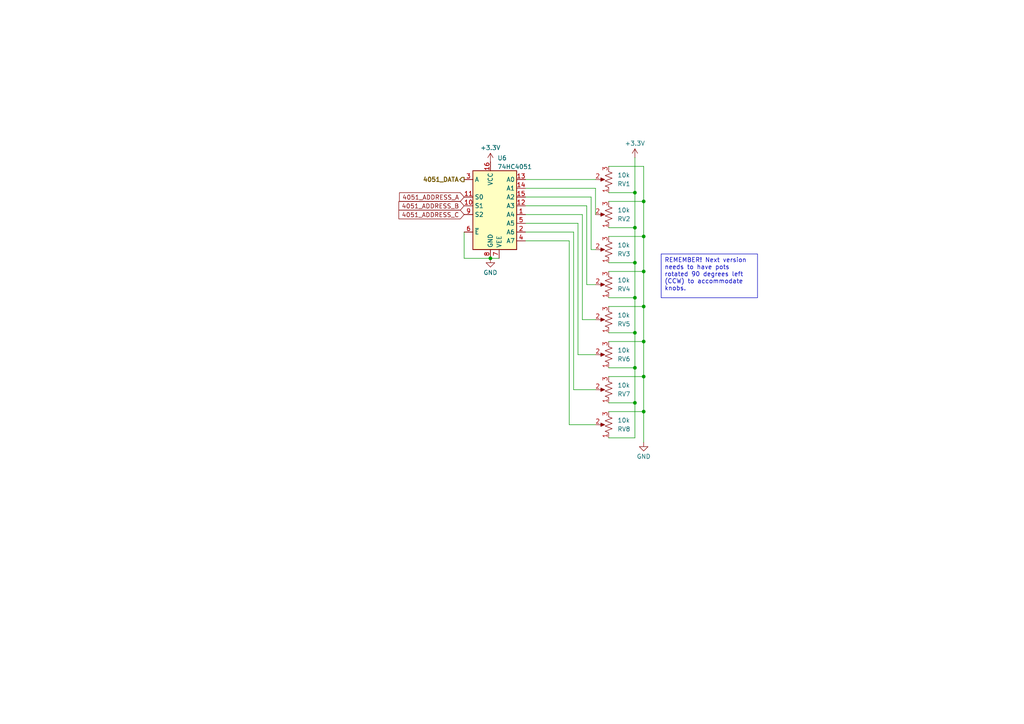
<source format=kicad_sch>
(kicad_sch (version 20250114) (generator "eeschema") (generator_version "9.0")
  (paper "A4")
  (lib_symbols
    (symbol "74xx:74HC4051"
      (property "Reference" "U" (at -5.08 11.43 0))
      (property "Value" "74HC4051" (at -7.62 -13.97 0))
      (symbol "74HC4051_0_1"
        (rectangle (start -5.08 10.16) (end 7.62 -12.7) (stroke (width 0.254)) (fill (type background)))
      )
      (symbol "74HC4051_1_1"
        (pin passive line (at -7.62 7.62 0) (length 2.54) (name "A") (number "3"))
        (pin input line (at -7.62 2.54 0) (length 2.54) (name "S0") (number "11"))
        (pin input line (at -7.62 0 0) (length 2.54) (name "S1") (number "10"))
        (pin input line (at -7.62 -2.54 0) (length 2.54) (name "S2") (number "9"))
        (pin input line (at -7.62 -7.62 0) (length 2.54) (name "~{E}") (number "6"))
        (pin power_in line (at 0 12.7 270) (length 2.54) (name "VCC") (number "16"))
        (pin power_in line (at 0 -15.24 90) (length 2.54) (name "GND") (number "8"))
        (pin power_in line (at 2.54 -15.24 90) (length 2.54) (name "VEE") (number "7"))
        (pin passive line (at 10.16 7.62 180) (length 2.54) (name "A0") (number "13"))
        (pin passive line (at 10.16 5.08 180) (length 2.54) (name "A1") (number "14"))
        (pin passive line (at 10.16 2.54 180) (length 2.54) (name "A2") (number "15"))
        (pin passive line (at 10.16 0 180) (length 2.54) (name "A3") (number "12"))
        (pin passive line (at 10.16 -2.54 180) (length 2.54) (name "A4") (number "1"))
        (pin passive line (at 10.16 -5.08 180) (length 2.54) (name "A5") (number "5"))
        (pin passive line (at 10.16 -7.62 180) (length 2.54) (name "A6") (number "2"))
        (pin passive line (at 10.16 -10.16 180) (length 2.54) (name "A7") (number "4"))
      )
    )
    (symbol "Device:R_Potentiometer_US" (pin_names (offset 1.016) (hide yes))
      (property "Reference" "RV" (at -4.445 0 90))
      (property "Value" "R_Potentiometer_US" (at -2.54 0 90))
      (symbol "R_Potentiometer_US_0_1"
        (polyline (pts (xy 0 2.54) (xy 0 2.286)))
        (polyline (pts (xy 0 2.286) (xy 1.016 1.905) (xy 0 1.524) (xy -1.016 1.143) (xy 0 0.762)))
        (polyline (pts (xy 0 0.762) (xy 1.016 0.381) (xy 0 0) (xy -1.016 -0.381) (xy 0 -0.762)))
        (polyline (pts (xy 0 -0.762) (xy 1.016 -1.143) (xy 0 -1.524) (xy -1.016 -1.905) (xy 0 -2.286)))
        (polyline (pts (xy 0 -2.286) (xy 0 -2.54)))
        (polyline (pts (xy 1.143 0) (xy 2.286 0.508) (xy 2.286 -0.508) (xy 1.143 0)) (fill (type outline)))
        (polyline (pts (xy 2.54 0) (xy 1.524 0)))
      )
      (symbol "R_Potentiometer_US_1_1"
        (pin passive line (at 0 3.81 270) (length 1.27) (name "1") (number "1"))
        (pin passive line (at 0 -3.81 90) (length 1.27) (name "3") (number "3"))
        (pin passive line (at 3.81 0 180) (length 1.27) (name "2") (number "2"))
      )
    )
    (symbol "power:+3.3V" (power) (pin_numbers (hide yes)) (pin_names (offset 0) (hide yes))
      (property "Value" "+3.3V" (at 0 3.556 0))
      (symbol "+3.3V_0_1"
        (polyline (pts (xy -0.762 1.27) (xy 0 2.54)))
        (polyline (pts (xy 0 2.54) (xy 0.762 1.27)))
        (polyline (pts (xy 0 0) (xy 0 2.54)))
      )
      (symbol "+3.3V_1_1"
        (pin power_in line (at 0 0 90) (length 0) (name "~") (number "1"))
      )
    )
    (symbol "power:GND" (power) (pin_numbers (hide yes)) (pin_names (offset 0) (hide yes))
      (property "Value" "GND" (at 0 -3.81 0))
      (symbol "GND_0_1"
        (polyline (pts (xy 0 0) (xy 0 -1.27) (xy 1.27 -1.27) (xy 0 -2.54) (xy -1.27 -1.27) (xy 0 -1.27)))
      )
      (symbol "GND_1_1"
        (pin power_in line (at 0 0 270) (length 0) (name "~") (number "1"))
      )
    )
  )
  (text_box "REMEMBER! Next version needs to have pots rotated 90 degrees left (CCW) to accommodate knobs." (at 191.77 73.66 0) (size 27.94 12.7) (margins 0.9525 0.9525 0.9525 0.9525) (effects (font (size 1.27 1.27)) (justify left top)))
  (junction (at 186.69 68.58))
  (junction (at 184.15 96.52))
  (junction (at 184.15 86.36))
  (junction (at 186.69 78.74))
  (junction (at 184.15 106.68))
  (junction (at 184.15 55.88))
  (junction (at 186.69 99.06))
  (junction (at 184.15 76.2))
  (junction (at 184.15 66.04))
  (junction (at 184.15 116.84))
  (junction (at 142.24 74.93))
  (junction (at 186.69 58.42))
  (junction (at 186.69 88.9))
  (junction (at 186.69 109.22))
  (junction (at 186.69 119.38))
  (wire (pts (xy 171.45 72.39) (xy 172.72 72.39)))
  (wire (pts (xy 172.72 92.71) (xy 168.91 92.71)))
  (wire (pts (xy 176.53 86.36) (xy 184.15 86.36)))
  (wire (pts (xy 176.53 88.9) (xy 186.69 88.9)))
  (wire (pts (xy 176.53 106.68) (xy 184.15 106.68)))
  (wire (pts (xy 176.53 48.26) (xy 186.69 48.26)))
  (wire (pts (xy 184.15 116.84) (xy 184.15 106.68)))
  (wire (pts (xy 152.4 57.15) (xy 171.45 57.15)))
  (wire (pts (xy 186.69 119.38) (xy 186.69 128.27)))
  (wire (pts (xy 176.53 116.84) (xy 184.15 116.84)))
  (wire (pts (xy 168.91 62.23) (xy 152.4 62.23)))
  (wire (pts (xy 186.69 48.26) (xy 186.69 58.42)))
  (wire (pts (xy 176.53 78.74) (xy 186.69 78.74)))
  (wire (pts (xy 170.18 59.69) (xy 170.18 82.55)))
  (wire (pts (xy 167.64 102.87) (xy 172.72 102.87)))
  (wire (pts (xy 168.91 92.71) (xy 168.91 62.23)))
  (wire (pts (xy 176.53 66.04) (xy 184.15 66.04)))
  (wire (pts (xy 186.69 119.38) (xy 176.53 119.38)))
  (wire (pts (xy 166.37 67.31) (xy 166.37 113.03)))
  (wire (pts (xy 186.69 58.42) (xy 186.69 68.58)))
  (wire (pts (xy 152.4 54.61) (xy 172.72 54.61)))
  (wire (pts (xy 165.1 123.19) (xy 165.1 69.85)))
  (wire (pts (xy 176.53 109.22) (xy 186.69 109.22)))
  (wire (pts (xy 184.15 66.04) (xy 184.15 55.88)))
  (wire (pts (xy 176.53 96.52) (xy 184.15 96.52)))
  (wire (pts (xy 184.15 86.36) (xy 184.15 76.2)))
  (wire (pts (xy 184.15 45.72) (xy 184.15 55.88)))
  (wire (pts (xy 170.18 82.55) (xy 172.72 82.55)))
  (wire (pts (xy 134.62 74.93) (xy 142.24 74.93)))
  (wire (pts (xy 165.1 69.85) (xy 152.4 69.85)))
  (wire (pts (xy 186.69 68.58) (xy 186.69 78.74)))
  (wire (pts (xy 142.24 74.93) (xy 144.78 74.93)))
  (wire (pts (xy 176.53 99.06) (xy 186.69 99.06)))
  (wire (pts (xy 186.69 109.22) (xy 186.69 119.38)))
  (wire (pts (xy 176.53 127) (xy 184.15 127)))
  (wire (pts (xy 152.4 67.31) (xy 166.37 67.31)))
  (wire (pts (xy 167.64 64.77) (xy 167.64 102.87)))
  (wire (pts (xy 176.53 68.58) (xy 186.69 68.58)))
  (wire (pts (xy 134.62 67.31) (xy 134.62 74.93)))
  (wire (pts (xy 186.69 78.74) (xy 186.69 88.9)))
  (wire (pts (xy 152.4 64.77) (xy 167.64 64.77)))
  (wire (pts (xy 152.4 52.07) (xy 172.72 52.07)))
  (wire (pts (xy 176.53 58.42) (xy 186.69 58.42)))
  (wire (pts (xy 186.69 99.06) (xy 186.69 109.22)))
  (wire (pts (xy 172.72 54.61) (xy 172.72 62.23)))
  (wire (pts (xy 184.15 76.2) (xy 184.15 66.04)))
  (wire (pts (xy 184.15 127) (xy 184.15 116.84)))
  (wire (pts (xy 172.72 123.19) (xy 165.1 123.19)))
  (wire (pts (xy 166.37 113.03) (xy 172.72 113.03)))
  (wire (pts (xy 186.69 88.9) (xy 186.69 99.06)))
  (wire (pts (xy 184.15 106.68) (xy 184.15 96.52)))
  (wire (pts (xy 176.53 76.2) (xy 184.15 76.2)))
  (wire (pts (xy 184.15 55.88) (xy 176.53 55.88)))
  (wire (pts (xy 152.4 59.69) (xy 170.18 59.69)))
  (wire (pts (xy 171.45 57.15) (xy 171.45 72.39)))
  (wire (pts (xy 184.15 96.52) (xy 184.15 86.36)))
  (global_label "4051_ADDRESS_B" (shape input) (at 134.62 59.69 180) (property "Intersheetrefs" "${INTERSHEET_REFS}" (effects (hide yes))))
  (global_label "4051_ADDRESS_C" (shape input) (at 134.62 62.23 180) (property "Intersheetrefs" "${INTERSHEET_REFS}" (effects (hide yes))))
  (global_label "4051_ADDRESS_A" (shape input) (at 134.62 57.15 180) (property "Intersheetrefs" "${INTERSHEET_REFS}" (effects (hide yes))))
  (hierarchical_label "4051_DATA" (shape output) (at 134.62 52.07 180) (effects (font (bold yes))))
  (symbol (lib_id "Device:R_Potentiometer_US") (at 176.53 102.87 180) (unit 1)
    (property "Reference" "RV6" (at 179.07 104.1401 0) (effects (justify right)))
    (property "Value" "10k" (at 179.07 101.6001 0) (effects (justify right)))
    (property "Footprint" "Library:Potentiometer_Alps_RK09K_vertical_biggerholes" (effects (hide yes)))
    (instances (project "dk2_04_top" (path "" (reference "RV6") (unit 1)) (path "" (reference "RV14") (unit 1))))
  )
  (symbol (lib_id "Device:R_Potentiometer_US") (at 176.53 123.19 180) (unit 1)
    (property "Reference" "RV8" (at 179.07 124.4601 0) (effects (justify right)))
    (property "Value" "10k" (at 179.07 121.9201 0) (effects (justify right)))
    (property "Footprint" "Library:Potentiometer_Alps_RK09K_vertical_biggerholes" (effects (hide yes)))
    (instances (project "dk2_04_top" (path "" (reference "RV8") (unit 1)) (path "" (reference "RV16") (unit 1))))
  )
  (symbol (lib_id "power:GND") (at 186.69 128.27 0) (unit 1)
    (property "Reference" "#PWR034" (effects (hide yes)))
    (property "Value" "GND" (at 186.69 132.4031 0))
    (property "Description" "Power symbol creates a global label with name \"GND\" , ground" (effects (hide yes)))
    (instances (project "dk2_04_top" (path "" (reference "#PWR034") (unit 1)) (path "" (reference "#PWR035") (unit 1))))
  )
  (symbol (lib_id "Device:R_Potentiometer_US") (at 176.53 52.07 180) (unit 1)
    (property "Reference" "RV1" (at 179.07 53.3401 0) (effects (justify right)))
    (property "Value" "10k" (at 179.07 50.8001 0) (effects (justify right)))
    (property "Footprint" "Library:Potentiometer_Alps_RK09K_vertical_biggerholes" (effects (hide yes)))
    (instances (project "dk2_04_top" (path "" (reference "RV1") (unit 1)) (path "" (reference "RV9") (unit 1))))
  )
  (symbol (lib_id "Device:R_Potentiometer_US") (at 176.53 72.39 180) (unit 1)
    (property "Reference" "RV3" (at 179.07 73.6601 0) (effects (justify right)))
    (property "Value" "10k" (at 179.07 71.1201 0) (effects (justify right)))
    (property "Footprint" "Library:Potentiometer_Alps_RK09K_vertical_biggerholes" (effects (hide yes)))
    (instances (project "dk2_04_top" (path "" (reference "RV3") (unit 1)) (path "" (reference "RV11") (unit 1))))
  )
  (symbol (lib_id "Device:R_Potentiometer_US") (at 176.53 82.55 180) (unit 1)
    (property "Reference" "RV4" (at 179.07 83.8201 0) (effects (justify right)))
    (property "Value" "10k" (at 179.07 81.2801 0) (effects (justify right)))
    (property "Footprint" "Library:Potentiometer_Alps_RK09K_vertical_biggerholes" (effects (hide yes)))
    (instances (project "dk2_04_top" (path "" (reference "RV4") (unit 1)) (path "" (reference "RV12") (unit 1))))
  )
  (symbol (lib_id "power:GND") (at 142.24 74.93 0) (unit 1)
    (property "Reference" "#PWR032" (effects (hide yes)))
    (property "Value" "GND" (at 142.24 79.0631 0))
    (property "Description" "Power symbol creates a global label with name \"GND\" , ground" (effects (hide yes)))
    (instances (project "dk2_04_top" (path "" (reference "#PWR032") (unit 1)) (path "" (reference "#PWR033") (unit 1))))
  )
  (symbol (lib_id "Device:R_Potentiometer_US") (at 176.53 113.03 180) (unit 1)
    (property "Reference" "RV7" (at 179.07 114.3001 0) (effects (justify right)))
    (property "Value" "10k" (at 179.07 111.7601 0) (effects (justify right)))
    (property "Footprint" "Library:Potentiometer_Alps_RK09K_vertical_biggerholes" (effects (hide yes)))
    (instances (project "dk2_04_top" (path "" (reference "RV7") (unit 1)) (path "" (reference "RV15") (unit 1))))
  )
  (symbol (lib_id "power:+3.3V") (at 142.24 46.99 0) (unit 1)
    (property "Reference" "#PWR031" (effects (hide yes)))
    (property "Value" "+3.3V" (at 142.24 42.8569 0))
    (property "Description" "Power symbol creates a global label with name \"+3.3V\"" (effects (hide yes)))
    (instances (project "dk2_04_top" (path "" (reference "#PWR031") (unit 1)) (path "" (reference "#PWR032") (unit 1))))
  )
  (symbol (lib_id "Device:R_Potentiometer_US") (at 176.53 92.71 180) (unit 1)
    (property "Reference" "RV5" (at 179.07 93.9801 0) (effects (justify right)))
    (property "Value" "10k" (at 179.07 91.4401 0) (effects (justify right)))
    (property "Footprint" "Library:Potentiometer_Alps_RK09K_vertical_biggerholes" (effects (hide yes)))
    (instances (project "dk2_04_top" (path "" (reference "RV5") (unit 1)) (path "" (reference "RV13") (unit 1))))
  )
  (symbol (lib_id "Device:R_Potentiometer_US") (at 176.53 62.23 180) (unit 1)
    (property "Reference" "RV2" (at 179.07 63.5001 0) (effects (justify right)))
    (property "Value" "10k" (at 179.07 60.9601 0) (effects (justify right)))
    (property "Footprint" "Library:Potentiometer_Alps_RK09K_vertical_biggerholes" (effects (hide yes)))
    (instances (project "dk2_04_top" (path "" (reference "RV2") (unit 1)) (path "" (reference "RV10") (unit 1))))
  )
  (symbol (lib_id "74xx:74HC4051") (at 142.24 59.69 0) (unit 1)
    (property "Reference" "U6" (at 144.2594 45.8302 0) (effects (justify left)))
    (property "Value" "74HC4051" (at 144.2594 48.3671 0) (effects (justify left)))
    (property "Footprint" "Package_SO:SOIC-16_3.9x9.9mm_P1.27mm" (effects (hide yes)))
    (property "Datasheet" "http://www.ti.com/lit/ds/symlink/cd74hc4051.pdf" (effects (hide yes)))
    (instances (project "dk2_04_top" (path "" (reference "U6") (unit 1)) (path "" (reference "U7") (unit 1))))
  )
  (symbol (lib_id "power:+3.3V") (at 184.15 45.72 0) (unit 1)
    (property "Reference" "#PWR033" (effects (hide yes)))
    (property "Value" "+3.3V" (at 184.15 41.5869 0))
    (property "Description" "Power symbol creates a global label with name \"+3.3V\"" (effects (hide yes)))
    (instances (project "dk2_04_top" (path "" (reference "#PWR033") (unit 1)) (path "" (reference "#PWR034") (unit 1))))
  )
)
</source>
